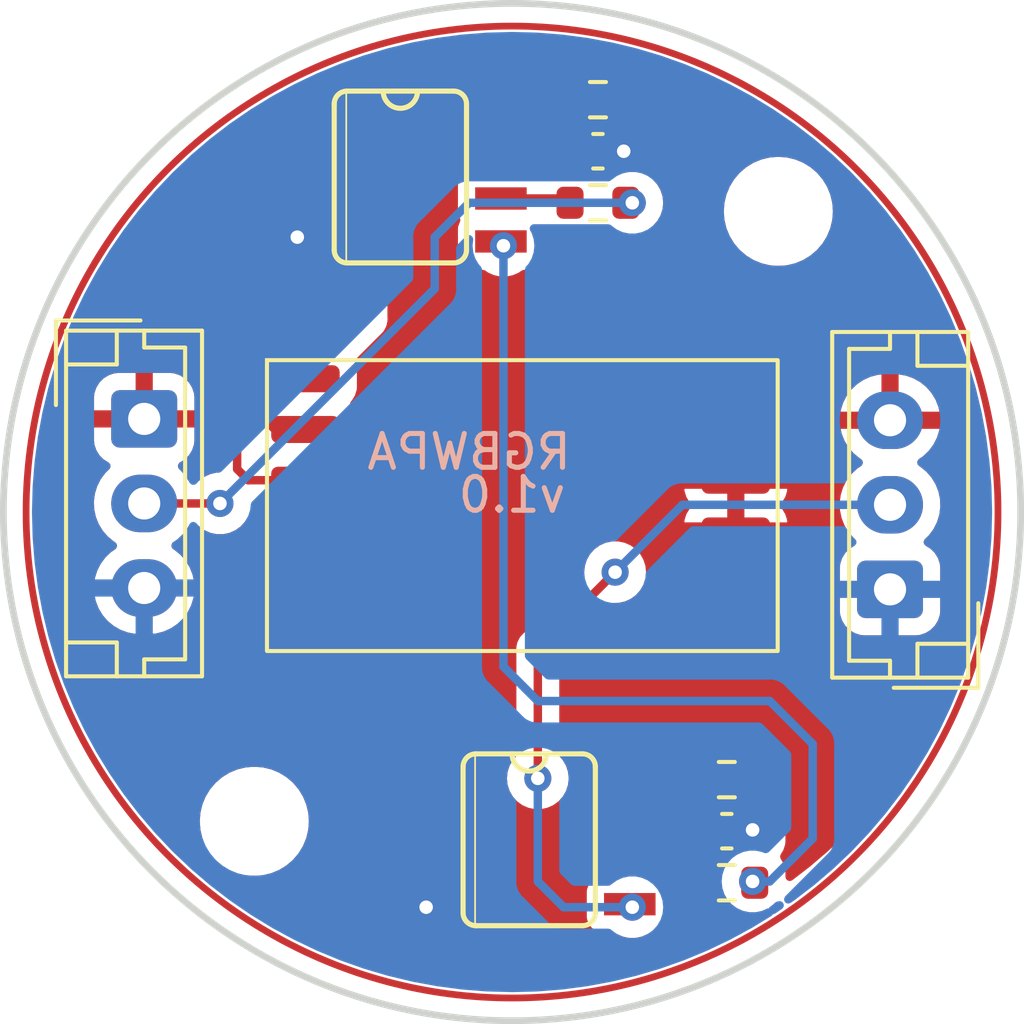
<source format=kicad_pcb>
(kicad_pcb (version 20221018) (generator pcbnew)
  (layers (0 "F.Cu" signal) (31 "B.Cu" signal) (34 "B.Paste" user) (35 "F.Paste" user) (36 "B.SilkS" user "B.Silkscreen") (37 "F.SilkS" user "F.Silkscreen") (38 "B.Mask" user) (39 "F.Mask" user) (44 "Edge.Cuts" user))
  (net 0 "")
  (net 1 "Net-(C1-Pad1)")
  (net 2 "GND")
  (net 3 "Net-(C2-Pad1)")
  (net 4 "red")
  (net 5 "green")
  (net 6 "blue")
  (net 8 "Net-(IC1-Pad6)")
  (net 9 "DOI")
  (net 10 "white")
  (net 11 "purple")
  (net 12 "yellow")
  (net 14 "Net-(IC2-Pad6)")
  (net 15 "DO")
  (net 16 "5vIN")
  (net 17 "DIN")
  (footprint "LED_SMD:RGBWA+UV" (layer "F.Cu") (at 143.002 87.213)
    (fp_text reference "U1" hide)
    (fp_text value "RGBAW+UV" hide)
    (fp_rect (start -7.5 3.8) (end 7.6 12.4) (stroke (width 0.12)) (fill none) (layer "F.SilkS"))
    (pad "1" smd roundrect (at 6.35 4.35) (size 2 0.8) (layers "F.Cu" "F.Paste" "F.Mask") (net 16 "5vIN"))
    (pad "2" smd roundrect (at 6.3625 5.85) (size 2.025 0.8) (layers "F.Cu" "F.Paste" "F.Mask") (net 16 "5vIN"))
    (pad "3" smd roundrect (at 6.3625 7.35) (size 2.025 0.8) (layers "F.Cu" "F.Paste" "F.Mask") (net 16 "5vIN"))
    (pad "4" smd roundrect (at 6.3625 8.85) (size 2.025 0.8) (layers "F.Cu" "F.Paste" "F.Mask") (net 16 "5vIN"))
    (pad "5" smd roundrect (at 6.3625 10.35) (size 2.025 0.8) (layers "F.Cu" "F.Paste" "F.Mask") (net 16 "5vIN"))
    (pad "6" smd roundrect (at 6.3625 11.85) (size 2.025 0.8) (layers "F.Cu" "F.Paste" "F.Mask") (net 16 "5vIN"))
    (pad "7" smd roundrect (at -6.35 4.35) (size 2 0.8) (layers "F.Cu" "F.Paste" "F.Mask") (net 6 "blue"))
    (pad "8" smd roundrect (at -6.3625 5.85) (size 2.025 0.8) (layers "F.Cu" "F.Paste" "F.Mask") (net 5 "green"))
    (pad "9" smd roundrect (at -6.3625 7.35) (size 2.025 0.8) (layers "F.Cu" "F.Paste" "F.Mask") (net 4 "red"))
    (pad "10" smd roundrect (at -6.3625 8.85) (size 2.025 0.8) (layers "F.Cu" "F.Paste" "F.Mask") (net 10 "white"))
    (pad "11" smd roundrect (at -6.3625 10.35) (size 2.025 0.8) (layers "F.Cu" "F.Paste" "F.Mask") (net 11 "purple"))
    (pad "12" smd roundrect (at -6.3625 11.85) (size 2.025 0.8) (layers "F.Cu" "F.Paste" "F.Mask") (net 12 "yellow"))
  )
  (footprint "Resistor_SMD:R_0603_1608Metric" (layer "F.Cu") (at 145.288 83.312 180)
    (fp_text reference "R2" hide)
    (fp_text value "100" hide)
    (fp_line (start -0.237258 -0.5225) (end 0.237258 -0.5225) (stroke (width 0.12)) (layer "F.SilkS"))
    (fp_line (start -0.237258 0.5225) (end 0.237258 0.5225) (stroke (width 0.12)) (layer "F.SilkS"))
    (pad "1" smd roundrect (at -0.825 0 180) (size 0.8 0.95) (layers "F.Cu" "F.Paste" "F.Mask") (net 16 "5vIN"))
    (pad "2" smd roundrect (at 0.825 0 180) (size 0.8 0.95) (layers "F.Cu" "F.Paste" "F.Mask") (net 1 "Net-(C1-Pad1)"))
  )
  (footprint "Capacitor_SMD:C_0603_1608Metric" (layer "F.Cu") (at 145.288 84.836)
    (fp_text reference "C1" hide)
    (fp_text value "0.1 uf" hide)
    (fp_line (start -0.14058 -0.51) (end 0.14058 -0.51) (stroke (width 0.12)) (layer "F.SilkS"))
    (fp_line (start -0.14058 0.51) (end 0.14058 0.51) (stroke (width 0.12)) (layer "F.SilkS"))
    (pad "1" smd roundrect (at -0.775 0) (size 0.9 0.95) (layers "F.Cu" "F.Paste" "F.Mask") (net 1 "Net-(C1-Pad1)"))
    (pad "2" smd roundrect (at 0.775 0) (size 0.9 0.95) (layers "F.Cu" "F.Paste" "F.Mask") (net 2 "GND"))
  )
  (footprint "WS2811:SO08-SKINNYPADS" (layer "F.Cu") (at 139.446 85.598 -90)
    (fp_text reference "IC1" hide)
    (fp_text value "WS2811" hide)
    (fp_line (start -2.54 -1.5748) (end -2.54 1.5748) (stroke (width 0.1524)) (layer "F.SilkS"))
    (fp_line (start -2.54 1.6002) (end 2.54 1.6002) (stroke (width 0.0508)) (layer "F.SilkS"))
    (fp_line (start -2.159 1.9558) (end 2.159 1.9558) (stroke (width 0.1524)) (layer "F.SilkS"))
    (fp_line (start 2.159 -1.9558) (end -2.159 -1.9558) (stroke (width 0.1524)) (layer "F.SilkS"))
    (fp_line (start 2.54 1.5748) (end 2.54 -1.5748) (stroke (width 0.1524)) (layer "F.SilkS"))
    (fp_arc (start -2.54 -1.5748) (mid -2.428408 -1.844208) (end -2.159 -1.9558) (stroke (width 0.1524)) (layer "F.SilkS"))
    (fp_arc (start -2.54 -0.508) (mid -2.032 0) (end -2.54 0.508) (stroke (width 0.1524)) (layer "F.SilkS"))
    (fp_arc (start -2.159 1.9558) (mid -2.428408 1.844208) (end -2.54 1.5748) (stroke (width 0.1524)) (layer "F.SilkS"))
    (fp_arc (start 2.159 -1.9558) (mid 2.428408 -1.844208) (end 2.54 -1.5748) (stroke (width 0.1524)) (layer "F.SilkS"))
    (fp_arc (start 2.54 1.5748) (mid 2.428408 1.844208) (end 2.159 1.9558) (stroke (width 0.1524)) (layer "F.SilkS"))
    (pad "1" smd rect (at -1.905 2.9734 270) (size 0.6604 1.524) (layers "F.Cu" "F.Paste" "F.Mask") (net 4 "red"))
    (pad "2" smd rect (at -0.635 2.9734 270) (size 0.6604 1.524) (layers "F.Cu" "F.Paste" "F.Mask") (net 5 "green"))
    (pad "3" smd rect (at 0.635 2.9734 270) (size 0.6604 1.524) (layers "F.Cu" "F.Paste" "F.Mask") (net 6 "blue"))
    (pad "4" smd rect (at 1.905 2.9734 270) (size 0.6604 1.524) (layers "F.Cu" "F.Paste" "F.Mask") (net 2 "GND"))
    (pad "5" smd rect (at 1.905 -2.9734 270) (size 0.6604 1.524) (layers "F.Cu" "F.Paste" "F.Mask") (net 9 "DOI"))
    (pad "6" smd rect (at 0.635 -2.9734 270) (size 0.6604 1.524) (layers "F.Cu" "F.Paste" "F.Mask") (net 8 "Net-(IC1-Pad6)"))
    (pad "7" smd rect (at -0.635 -2.9734 270) (size 0.6604 1.524) (layers "F.Cu" "F.Paste" "F.Mask"))
    (pad "8" smd rect (at -1.905 -2.9734 270) (size 0.6604 1.524) (layers "F.Cu" "F.Paste" "F.Mask") (net 1 "Net-(C1-Pad1)"))
  )
  (footprint "Connector_JST:JST_EH_B3B-EH-A_1x03_P2.50mm_Vertical" (layer "F.Cu") (at 153.924 97.79 90)
    (fp_text reference "J2" hide)
    (fp_text value "Conn_01x03_Male" hide)
    (fp_line (start -2.91 0.11) (end -2.91 2.61) (stroke (width 0.12)) (layer "F.SilkS"))
    (fp_line (start -2.91 2.61) (end -0.41 2.61) (stroke (width 0.12)) (layer "F.SilkS"))
    (fp_line (start -2.61 -1.71) (end -2.61 2.31) (stroke (width 0.12)) (layer "F.SilkS"))
    (fp_line (start -2.61 0) (end -2.11 0) (stroke (width 0.12)) (layer "F.SilkS"))
    (fp_line (start -2.61 0.81) (end -1.61 0.81) (stroke (width 0.12)) (layer "F.SilkS"))
    (fp_line (start -2.61 2.31) (end 7.61 2.31) (stroke (width 0.12)) (layer "F.SilkS"))
    (fp_line (start -2.11 -1.21) (end 7.11 -1.21) (stroke (width 0.12)) (layer "F.SilkS"))
    (fp_line (start -2.11 0) (end -2.11 -1.21) (stroke (width 0.12)) (layer "F.SilkS"))
    (fp_line (start -1.61 0.81) (end -1.61 2.31) (stroke (width 0.12)) (layer "F.SilkS"))
    (fp_line (start 6.61 0.81) (end 6.61 2.31) (stroke (width 0.12)) (layer "F.SilkS"))
    (fp_line (start 7.11 -1.21) (end 7.11 0) (stroke (width 0.12)) (layer "F.SilkS"))
    (fp_line (start 7.11 0) (end 7.61 0) (stroke (width 0.12)) (layer "F.SilkS"))
    (fp_line (start 7.61 -1.71) (end -2.61 -1.71) (stroke (width 0.12)) (layer "F.SilkS"))
    (fp_line (start 7.61 0.81) (end 6.61 0.81) (stroke (width 0.12)) (layer "F.SilkS"))
    (fp_line (start 7.61 2.31) (end 7.61 -1.71) (stroke (width 0.12)) (layer "F.SilkS"))
    (pad "1" thru_hole roundrect (at 0 0 90) (size 1.7 1.95) (drill 0.95) (layers "*.Cu" "*.Mask") (roundrect_rratio 0.1470588235) (net 2 "GND"))
    (pad "2" thru_hole oval (at 2.5 0 90) (size 1.7 1.95) (drill 0.95) (layers "*.Cu" "*.Mask") (net 15 "DO"))
    (pad "3" thru_hole oval (at 5 0 90) (size 1.7 1.95) (drill 0.95) (layers "*.Cu" "*.Mask") (net 16 "5vIN"))
  )
  (footprint "WS2811:SO08-SKINNYPADS" (layer "F.Cu") (at 143.256 105.194 -90)
    (fp_text reference "IC2" hide)
    (fp_text value "WS2811" hide)
    (fp_line (start -2.54 -1.5748) (end -2.54 1.5748) (stroke (width 0.1524)) (layer "F.SilkS"))
    (fp_line (start -2.54 1.6002) (end 2.54 1.6002) (stroke (width 0.0508)) (layer "F.SilkS"))
    (fp_line (start -2.159 1.9558) (end 2.159 1.9558) (stroke (width 0.1524)) (layer "F.SilkS"))
    (fp_line (start 2.159 -1.9558) (end -2.159 -1.9558) (stroke (width 0.1524)) (layer "F.SilkS"))
    (fp_line (start 2.54 1.5748) (end 2.54 -1.5748) (stroke (width 0.1524)) (layer "F.SilkS"))
    (fp_arc (start -2.54 -1.5748) (mid -2.428408 -1.844208) (end -2.159 -1.9558) (stroke (width 0.1524)) (layer "F.SilkS"))
    (fp_arc (start -2.54 -0.508) (mid -2.032 0) (end -2.54 0.508) (stroke (width 0.1524)) (layer "F.SilkS"))
    (fp_arc (start -2.159 1.9558) (mid -2.428408 1.844208) (end -2.54 1.5748) (stroke (width 0.1524)) (layer "F.SilkS"))
    (fp_arc (start 2.159 -1.9558) (mid 2.428408 -1.844208) (end 2.54 -1.5748) (stroke (width 0.1524)) (layer "F.SilkS"))
    (fp_arc (start 2.54 1.5748) (mid 2.428408 1.844208) (end 2.159 1.9558) (stroke (width 0.1524)) (layer "F.SilkS"))
    (pad "1" smd rect (at -1.905 2.9734 270) (size 0.6604 1.524) (layers "F.Cu" "F.Paste" "F.Mask") (net 10 "white"))
    (pad "2" smd rect (at -0.635 2.9734 270) (size 0.6604 1.524) (layers "F.Cu" "F.Paste" "F.Mask") (net 11 "purple"))
    (pad "3" smd rect (at 0.635 2.9734 270) (size 0.6604 1.524) (layers "F.Cu" "F.Paste" "F.Mask") (net 12 "yellow"))
    (pad "4" smd rect (at 1.905 2.9734 270) (size 0.6604 1.524) (layers "F.Cu" "F.Paste" "F.Mask") (net 2 "GND"))
    (pad "5" smd rect (at 1.905 -2.9734 270) (size 0.6604 1.524) (layers "F.Cu" "F.Paste" "F.Mask") (net 15 "DO"))
    (pad "6" smd rect (at 0.635 -2.9734 270) (size 0.6604 1.524) (layers "F.Cu" "F.Paste" "F.Mask") (net 14 "Net-(IC2-Pad6)"))
    (pad "7" smd rect (at -0.635 -2.9734 270) (size 0.6604 1.524) (layers "F.Cu" "F.Paste" "F.Mask"))
    (pad "8" smd rect (at -1.905 -2.9734 270) (size 0.6604 1.524) (layers "F.Cu" "F.Paste" "F.Mask") (net 3 "Net-(C2-Pad1)"))
  )
  (footprint "Resistor_SMD:R_0603_1608Metric" (layer "F.Cu") (at 145.288 86.36 180)
    (fp_text reference "R1" hide)
    (fp_text value "33" hide)
    (fp_line (start -0.237258 -0.5225) (end 0.237258 -0.5225) (stroke (width 0.12)) (layer "F.SilkS"))
    (fp_line (start -0.237258 0.5225) (end 0.237258 0.5225) (stroke (width 0.12)) (layer "F.SilkS"))
    (pad "1" smd roundrect (at -0.825 0 180) (size 0.8 0.95) (layers "F.Cu" "F.Paste" "F.Mask") (net 17 "DIN"))
    (pad "2" smd roundrect (at 0.825 0 180) (size 0.8 0.95) (layers "F.Cu" "F.Paste" "F.Mask") (net 8 "Net-(IC1-Pad6)"))
  )
  (footprint "MountingHole:MountingHole_2.2mm_M2" (layer "F.Cu") (at 150.622 86.614)
    (fp_text reference "H1" hide)
    (fp_text value "MountingHole" hide)
    (pad "" np_thru_hole circle (at 0 0) (size 2.2 2.2) (drill 2.2) (layers "*.Cu" "*.Mask"))
  )
  (footprint "MountingHole:MountingHole_2.2mm_M2" (layer "F.Cu") (at 135.128 104.648)
    (fp_text reference "H2" hide)
    (fp_text value "MountingHole" hide)
    (pad "" np_thru_hole circle (at 0 0) (size 2.2 2.2) (drill 2.2) (layers "*.Cu" "*.Mask"))
  )
  (footprint "Connector_JST:JST_EH_B3B-EH-A_1x03_P2.50mm_Vertical" (layer "F.Cu") (at 131.872 92.75 -90)
    (fp_text reference "J1" hide)
    (fp_text value "Conn_01x03_Male" hide)
    (fp_line (start -2.91 0.11) (end -2.91 2.61) (stroke (width 0.12)) (layer "F.SilkS"))
    (fp_line (start -2.91 2.61) (end -0.41 2.61) (stroke (width 0.12)) (layer "F.SilkS"))
    (fp_line (start -2.61 -1.71) (end -2.61 2.31) (stroke (width 0.12)) (layer "F.SilkS"))
    (fp_line (start -2.61 0) (end -2.11 0) (stroke (width 0.12)) (layer "F.SilkS"))
    (fp_line (start -2.61 0.81) (end -1.61 0.81) (stroke (width 0.12)) (layer "F.SilkS"))
    (fp_line (start -2.61 2.31) (end 7.61 2.31) (stroke (width 0.12)) (layer "F.SilkS"))
    (fp_line (start -2.11 -1.21) (end 7.11 -1.21) (stroke (width 0.12)) (layer "F.SilkS"))
    (fp_line (start -2.11 0) (end -2.11 -1.21) (stroke (width 0.12)) (layer "F.SilkS"))
    (fp_line (start -1.61 0.81) (end -1.61 2.31) (stroke (width 0.12)) (layer "F.SilkS"))
    (fp_line (start 6.61 0.81) (end 6.61 2.31) (stroke (width 0.12)) (layer "F.SilkS"))
    (fp_line (start 7.11 -1.21) (end 7.11 0) (stroke (width 0.12)) (layer "F.SilkS"))
    (fp_line (start 7.11 0) (end 7.61 0) (stroke (width 0.12)) (layer "F.SilkS"))
    (fp_line (start 7.61 -1.71) (end -2.61 -1.71) (stroke (width 0.12)) (layer "F.SilkS"))
    (fp_line (start 7.61 0.81) (end 6.61 0.81) (stroke (width 0.12)) (layer "F.SilkS"))
    (fp_line (start 7.61 2.31) (end 7.61 -1.71) (stroke (width 0.12)) (layer "F.SilkS"))
    (pad "1" thru_hole roundrect (at 0 0 270) (size 1.7 1.95) (drill 0.95) (layers "*.Cu" "*.Mask") (roundrect_rratio 0.1470588235) (net 16 "5vIN"))
    (pad "2" thru_hole oval (at 2.5 0 270) (size 1.7 1.95) (drill 0.95) (layers "*.Cu" "*.Mask") (net 17 "DIN"))
    (pad "3" thru_hole oval (at 5 0 270) (size 1.7 1.95) (drill 0.95) (layers "*.Cu" "*.Mask") (net 2 "GND"))
  )
  (footprint "Capacitor_SMD:C_0603_1608Metric" (layer "F.Cu") (at 149.098 104.94)
    (fp_text reference "C2" hide)
    (fp_text value "0.1 uf" hide)
    (fp_line (start -0.14058 -0.51) (end 0.14058 -0.51) (stroke (width 0.12)) (layer "F.SilkS"))
    (fp_line (start -0.14058 0.51) (end 0.14058 0.51) (stroke (width 0.12)) (layer "F.SilkS"))
    (pad "1" smd roundrect (at -0.775 0) (size 0.9 0.95) (layers "F.Cu" "F.Paste" "F.Mask") (net 3 "Net-(C2-Pad1)"))
    (pad "2" smd roundrect (at 0.775 0) (size 0.9 0.95) (layers "F.Cu" "F.Paste" "F.Mask") (net 2 "GND"))
  )
  (footprint "Resistor_SMD:R_0603_1608Metric" (layer "F.Cu") (at 149.098 103.416 180)
    (fp_text reference "R4" hide)
    (fp_text value "100" hide)
    (fp_line (start -0.237258 -0.5225) (end 0.237258 -0.5225) (stroke (width 0.12)) (layer "F.SilkS"))
    (fp_line (start -0.237258 0.5225) (end 0.237258 0.5225) (stroke (width 0.12)) (layer "F.SilkS"))
    (pad "1" smd roundrect (at -0.825 0 180) (size 0.8 0.95) (layers "F.Cu" "F.Paste" "F.Mask") (net 16 "5vIN"))
    (pad "2" smd roundrect (at 0.825 0 180) (size 0.8 0.95) (layers "F.Cu" "F.Paste" "F.Mask") (net 3 "Net-(C2-Pad1)"))
  )
  (footprint "Resistor_SMD:R_0603_1608Metric" (layer "F.Cu") (at 149.098 106.464 180)
    (fp_text reference "R3" hide)
    (fp_text value "33" hide)
    (fp_line (start -0.237258 -0.5225) (end 0.237258 -0.5225) (stroke (width 0.12)) (layer "F.SilkS"))
    (fp_line (start -0.237258 0.5225) (end 0.237258 0.5225) (stroke (width 0.12)) (layer "F.SilkS"))
    (pad "1" smd roundrect (at -0.825 0 180) (size 0.8 0.95) (layers "F.Cu" "F.Paste" "F.Mask") (net 9 "DOI"))
    (pad "2" smd roundrect (at 0.825 0 180) (size 0.8 0.95) (layers "F.Cu" "F.Paste" "F.Mask") (net 14 "Net-(IC2-Pad6)"))
  )
  (gr_circle (center 142.748 95.504) (end 132.588 85.344) (stroke (width 0.2)) (fill none) (layer "F.Cu"))
  (gr_circle (center 142.748 95.504) (end 157.787717 95.504) (stroke (width 0.2)) (fill none) (layer "Edge.Cuts"))
  (gr_text "RGBWPA\n" (at 141.478 93.726) (layer "B.SilkS") (effects (font (size 1 1)) (justify mirror)))
  (gr_text "v1.0" (at 142.748 94.996) (layer "B.SilkS") (effects (font (size 1 1)) (justify mirror)))
  (segment (start 142.875 83.693) (end 143.256 83.312) (width 0.25) (layer "F.Cu") (net 1))
  (segment (start 142.4194 83.693) (end 142.875 83.693) (width 0.25) (layer "F.Cu") (net 1))
  (segment (start 143.256 83.312) (end 144.463 83.312) (width 0.25) (layer "F.Cu") (net 1))
  (segment (start 144.513 84.836) (end 144.513 83.362) (width 0.25) (layer "F.Cu") (net 1))
  (segment (start 144.513 83.362) (end 144.463 83.312) (width 0.25) (layer "F.Cu") (net 1))
  (via (at 149.86 104.902) (size 0.8) (drill 0.4) (layers "F.Cu" "B.Cu") (net 2))
  (via (at 146.05 84.836) (size 0.8) (drill 0.4) (layers "F.Cu" "B.Cu") (net 2))
  (via (at 140.208 107.188) (size 0.8) (drill 0.4) (layers "F.Cu" "B.Cu") (net 2))
  (via (at 136.398 87.376) (size 0.8) (drill 0.4) (layers "F.Cu" "B.Cu") (net 2))
  (segment (start 148.146 103.289) (end 148.273 103.416) (width 0.25) (layer "F.Cu") (net 3))
  (segment (start 146.2294 103.289) (end 148.146 103.289) (width 0.25) (layer "F.Cu") (net 3))
  (segment (start 148.323 104.94) (end 148.323 103.466) (width 0.25) (layer "F.Cu") (net 3))
  (segment (start 148.323 103.466) (end 148.273 103.416) (width 0.25) (layer "F.Cu") (net 3))
  (segment (start 134.949 94.563) (end 134.62 94.234) (width 0.25) (layer "F.Cu") (net 4))
  (segment (start 136.6395 94.563) (end 134.949 94.563) (width 0.25) (layer "F.Cu") (net 4))
  (segment (start 134.62 85.1138) (end 136.0408 83.693) (width 0.25) (layer "F.Cu") (net 4))
  (segment (start 134.62 94.234) (end 134.62 85.1138) (width 0.25) (layer "F.Cu") (net 4))
  (segment (start 136.0408 83.693) (end 136.4726 83.693) (width 0.25) (layer "F.Cu") (net 4))
  (segment (start 136.4726 84.963) (end 135.509 84.963) (width 0.25) (layer "F.Cu") (net 5))
  (segment (start 135.128 85.344) (end 135.128 92.456) (width 0.25) (layer "F.Cu") (net 5))
  (segment (start 135.735 93.063) (end 136.6395 93.063) (width 0.25) (layer "F.Cu") (net 5))
  (segment (start 135.509 84.963) (end 135.128 85.344) (width 0.25) (layer "F.Cu") (net 5))
  (segment (start 135.128 92.456) (end 135.735 93.063) (width 0.25) (layer "F.Cu") (net 5))
  (segment (start 138.43 86.868) (end 138.43 89.785) (width 0.25) (layer "F.Cu") (net 6))
  (segment (start 138.43 89.785) (end 136.652 91.563) (width 0.25) (layer "F.Cu") (net 6))
  (segment (start 137.795 86.233) (end 138.43 86.868) (width 0.25) (layer "F.Cu") (net 6))
  (segment (start 136.4726 86.233) (end 137.795 86.233) (width 0.25) (layer "F.Cu") (net 6))
  (segment (start 142.4194 86.233) (end 144.336 86.233) (width 0.25) (layer "F.Cu") (net 8))
  (segment (start 144.336 86.233) (end 144.463 86.36) (width 0.25) (layer "F.Cu") (net 8))
  (via (at 142.494 87.63) (size 0.8) (drill 0.4) (layers "F.Cu" "B.Cu") (net 9))
  (via (at 149.86 106.426) (size 0.8) (drill 0.4) (layers "F.Cu" "B.Cu") (net 9))
  (segment (start 149.86 106.426) (end 150.368 106.426) (width 0.25) (layer "B.Cu") (net 9))
  (segment (start 151.638 105.156) (end 151.638 102.362) (width 0.25) (layer "B.Cu") (net 9))
  (segment (start 150.368 106.426) (end 151.638 105.156) (width 0.25) (layer "B.Cu") (net 9))
  (segment (start 150.368 101.092) (end 143.51 101.092) (width 0.25) (layer "B.Cu") (net 9))
  (segment (start 143.51 101.092) (end 142.494 100.076) (width 0.25) (layer "B.Cu") (net 9))
  (segment (start 151.638 102.362) (end 150.368 101.092) (width 0.25) (layer "B.Cu") (net 9))
  (segment (start 142.494 100.076) (end 142.494 87.63) (width 0.25) (layer "B.Cu") (net 9))
  (segment (start 136.6395 96.063) (end 138.481 96.063) (width 0.25) (layer "F.Cu") (net 10))
  (segment (start 140.2826 97.8646) (end 140.2826 103.289) (width 0.25) (layer "F.Cu") (net 10))
  (segment (start 138.481 96.063) (end 140.2826 97.8646) (width 0.25) (layer "F.Cu") (net 10))
  (segment (start 137.949 97.563) (end 138.684 98.298) (width 0.25) (layer "F.Cu") (net 11))
  (segment (start 138.684 98.298) (end 138.684 103.886) (width 0.25) (layer "F.Cu") (net 11))
  (segment (start 138.684 103.886) (end 139.357 104.559) (width 0.25) (layer "F.Cu") (net 11))
  (segment (start 136.6395 97.563) (end 137.949 97.563) (width 0.25) (layer "F.Cu") (net 11))
  (segment (start 139.357 104.559) (end 140.2826 104.559) (width 0.25) (layer "F.Cu") (net 11))
  (segment (start 136.6395 102.6177) (end 139.8508 105.829) (width 0.25) (layer "F.Cu") (net 12))
  (segment (start 139.8508 105.829) (end 140.2826 105.829) (width 0.25) (layer "F.Cu") (net 12))
  (segment (start 136.6395 99.063) (end 136.6395 102.6177) (width 0.25) (layer "F.Cu") (net 12))
  (segment (start 146.2294 105.829) (end 146.977 105.829) (width 0.25) (layer "F.Cu") (net 14))
  (segment (start 146.977 105.829) (end 147.612 106.464) (width 0.25) (layer "F.Cu") (net 14))
  (segment (start 147.612 106.464) (end 148.273 106.464) (width 0.25) (layer "F.Cu") (net 14))
  (segment (start 143.51 99.568) (end 145.796 97.282) (width 0.25) (layer "F.Cu") (net 15))
  (segment (start 143.51 103.378) (end 143.51 99.568) (width 0.25) (layer "F.Cu") (net 15))
  (via (at 143.51 103.378) (size 0.8) (drill 0.4) (layers "F.Cu" "B.Cu") (net 15))
  (via (at 146.304 107.188) (size 0.8) (drill 0.4) (layers "F.Cu" "B.Cu") (net 15))
  (via (at 145.796 97.282) (size 0.8) (drill 0.4) (layers "F.Cu" "B.Cu") (net 15))
  (segment (start 153.924 95.29) (end 147.788 95.29) (width 0.25) (layer "B.Cu") (net 15))
  (segment (start 146.304 107.188) (end 144.272 107.188) (width 0.25) (layer "B.Cu") (net 15))
  (segment (start 147.788 95.29) (end 145.796 97.282) (width 0.25) (layer "B.Cu") (net 15))
  (segment (start 144.272 107.188) (end 143.51 106.426) (width 0.25) (layer "B.Cu") (net 15))
  (segment (start 143.51 106.426) (end 143.51 103.378) (width 0.25) (layer "B.Cu") (net 15))
  (segment (start 131.872 95.25) (end 134.112 95.25) (width 0.25) (layer "F.Cu") (net 17))
  (via (at 146.304 86.36) (size 0.8) (drill 0.4) (layers "F.Cu" "B.Cu") (net 17))
  (via (at 134.112 95.25) (size 0.8) (drill 0.4) (layers "F.Cu" "B.Cu") (net 17))
  (segment (start 141.478 86.36) (end 146.304 86.36) (width 0.25) (layer "B.Cu") (net 17))
  (segment (start 140.462 88.9) (end 140.462 87.376) (width 0.25) (layer "B.Cu") (net 17))
  (segment (start 140.462 87.376) (end 141.478 86.36) (width 0.25) (layer "B.Cu") (net 17))
  (segment (start 134.112 95.25) (end 140.462 88.9) (width 0.25) (layer "B.Cu") (net 17))
  (zone (net 16) (net_name "5vIN") (layer "F.Cu") (connect_pads (clearance 0.508)) (min_thickness 0.254) (fill yes (thermal_gap 0.508) (thermal_bridge_width 0.508))
    (polygon (pts (xy 156.675087 95.25) (xy 156.656142 94.526508) (xy 156.599358 93.804999) (xy 156.504891 93.087451) (xy 156.373 92.37583) (xy 156.204046 91.672087) (xy 155.998493 90.978151) (xy 155.756903 90.295924) (xy 155.47994 89.627275) (xy 155.168362 88.974039) (xy 154.823023 88.338004) (xy 154.44487 87.720914) (xy 154.034939 87.124461) (xy 153.594354 86.550279) (xy 153.124323 85.999943) (xy 152.626133 85.474961) (xy 152.101151 84.976771) (xy 151.550815 84.50674) (xy 150.976633 84.066155) (xy 150.38018 83.656224) (xy 149.763091 83.278071) (xy 149.127055 82.932732) (xy 148.473819 82.621154) (xy 147.80517 82.344191) (xy 147.122943 82.102601) (xy 146.429007 81.897048) (xy 145.725264 81.728094) (xy 145.013643 81.596203) (xy 144.296095 81.501736) (xy 143.574586 81.444952) (xy 142.851094 81.426007) (xy 142.127602 81.444952) (xy 141.406093 81.501736) (xy 140.688545 81.596203) (xy 139.976924 81.728094) (xy 139.273181 81.897048) (xy 138.579245 82.102601) (xy 137.897018 82.344191) (xy 137.228369 82.621154) (xy 136.575133 82.932732) (xy 135.939098 83.278071) (xy 135.322008 83.656224) (xy 134.725555 84.066155) (xy 134.151373 84.50674) (xy 133.601037 84.976771) (xy 133.076055 85.474961) (xy 132.577865 85.999943) (xy 132.107834 86.550279) (xy 131.667249 87.124461) (xy 131.257318 87.720914) (xy 130.879165 88.338004) (xy 130.533826 88.974039) (xy 130.222248 89.627275) (xy 129.945285 90.295924) (xy 129.703695 90.978151) (xy 129.498142 91.672087) (xy 129.329188 92.37583) (xy 129.197297 93.087451) (xy 129.10283 93.804999) (xy 129.046046 94.526508) (xy 129.027101 95.25) (xy 129.046046 95.973492) (xy 129.10283 96.695001) (xy 129.197297 97.412549) (xy 129.329188 98.12417) (xy 129.498142 98.827913) (xy 129.703695 99.521849) (xy 129.945285 100.204076) (xy 130.222248 100.872725) (xy 130.533826 101.525961) (xy 130.879165 102.161996) (xy 131.257318 102.779086) (xy 131.667249 103.375539) (xy 132.107834 103.949721) (xy 132.577865 104.500057) (xy 133.076055 105.025039) (xy 133.601037 105.523229) (xy 134.151373 105.99326) (xy 134.725555 106.433845) (xy 135.322008 106.843776) (xy 135.939097 107.221929) (xy 136.575133 107.567268) (xy 137.228369 107.878846) (xy 137.897018 108.155809) (xy 138.579245 108.397399) (xy 139.273181 108.602952) (xy 139.976924 108.771906) (xy 140.688545 108.903797) (xy 141.406093 108.998264) (xy 142.127602 109.055048) (xy 142.851094 109.073993) (xy 143.574586 109.055048) (xy 144.296095 108.998264) (xy 145.013643 108.903797) (xy 145.725264 108.771906) (xy 146.429007 108.602952) (xy 147.122943 108.397399) (xy 147.80517 108.155809) (xy 148.473819 107.878846) (xy 149.127055 107.567268) (xy 149.763091 107.221929) (xy 150.38018 106.843776) (xy 150.976633 106.433845) (xy 151.550815 105.99326) (xy 152.101151 105.523229) (xy 152.626133 105.025039) (xy 153.124323 104.500057) (xy 153.594354 103.949721) (xy 154.034939 103.375539) (xy 154.44487 102.779086) (xy 154.823023 102.161996) (xy 155.168362 101.525961) (xy 155.47994 100.872725) (xy 155.756903 100.204076) (xy 155.998493 99.521849) (xy 156.204046 98.827913) (xy 156.373 98.12417) (xy 156.504891 97.412549) (xy 156.599358 96.695001) (xy 156.656142 95.973492)))
  )
  (zone (net 2) (net_name "GND") (layer "B.Cu") (connect_pads (clearance 0.508)) (min_thickness 0.254) (fill yes (thermal_gap 0.508) (thermal_bridge_width 0.508))
    (polygon (pts (xy 156.942972 95.504) (xy 156.923518 94.761093) (xy 156.86521 94.020221) (xy 156.768208 93.283417) (xy 156.632778 92.552699) (xy 156.45929 91.830071) (xy 156.248221 91.117512) (xy 156.000148 90.416977) (xy 155.715752 89.730385) (xy 155.395813 89.059618) (xy 155.041206 88.406514) (xy 154.652905 87.772864) (xy 154.231974 87.160405) (xy 153.779565 86.570815) (xy 153.29692 86.00571) (xy 152.785361 85.466639) (xy 152.24629 84.95508) (xy 151.681185 84.472435) (xy 151.091595 84.020026) (xy 150.479136 83.599095) (xy 149.845486 83.210794) (xy 149.192382 82.856187) (xy 148.521615 82.536248) (xy 147.835023 82.251852) (xy 147.134488 82.003779) (xy 146.421929 81.79271) (xy 145.699301 81.619222) (xy 144.968583 81.483792) (xy 144.231779 81.38679) (xy 143.490907 81.328482) (xy 142.748 81.309028) (xy 142.005093 81.328482) (xy 141.264221 81.38679) (xy 140.527417 81.483792) (xy 139.796699 81.619222) (xy 139.074071 81.79271) (xy 138.361512 82.003779) (xy 137.660977 82.251852) (xy 136.974385 82.536248) (xy 136.303618 82.856187) (xy 135.650514 83.210794) (xy 135.016864 83.599095) (xy 134.404405 84.020026) (xy 133.814815 84.472435) (xy 133.24971 84.95508) (xy 132.710639 85.466639) (xy 132.19908 86.00571) (xy 131.716435 86.570815) (xy 131.264026 87.160405) (xy 130.843095 87.772864) (xy 130.454794 88.406514) (xy 130.100187 89.059618) (xy 129.780248 89.730385) (xy 129.495852 90.416977) (xy 129.247779 91.117512) (xy 129.03671 91.830071) (xy 128.863222 92.552699) (xy 128.727792 93.283417) (xy 128.63079 94.020221) (xy 128.572482 94.761093) (xy 128.553028 95.504) (xy 128.572482 96.246907) (xy 128.63079 96.987779) (xy 128.727792 97.724583) (xy 128.863222 98.455301) (xy 129.03671 99.177929) (xy 129.247779 99.890488) (xy 129.495852 100.591023) (xy 129.780248 101.277615) (xy 130.100187 101.948382) (xy 130.454794 102.601486) (xy 130.843095 103.235136) (xy 131.264026 103.847595) (xy 131.716435 104.437185) (xy 132.19908 105.00229) (xy 132.710639 105.541361) (xy 133.24971 106.05292) (xy 133.814815 106.535565) (xy 134.404405 106.987974) (xy 135.016864 107.408905) (xy 135.650514 107.797206) (xy 136.303618 108.151813) (xy 136.974385 108.471752) (xy 137.660977 108.756148) (xy 138.361512 109.004221) (xy 139.074071 109.21529) (xy 139.796699 109.388778) (xy 140.527417 109.524208) (xy 141.264221 109.62121) (xy 142.005093 109.679518) (xy 142.748 109.698972) (xy 143.490907 109.679518) (xy 144.231779 109.62121) (xy 144.968583 109.524208) (xy 145.699301 109.388778) (xy 146.421929 109.21529) (xy 147.134488 109.004221) (xy 147.835023 108.756148) (xy 148.521615 108.471752) (xy 149.192382 108.151813) (xy 149.845486 107.797206) (xy 150.479136 107.408905) (xy 151.091595 106.987974) (xy 151.681185 106.535565) (xy 152.24629 106.05292) (xy 152.785361 105.541361) (xy 153.29692 105.00229) (xy 153.779565 104.437185) (xy 154.231974 103.847595) (xy 154.652905 103.235136) (xy 155.041206 102.601486) (xy 155.395813 101.948382) (xy 155.715752 101.277615) (xy 156.000148 100.591023) (xy 156.248221 99.890488) (xy 156.45929 99.177929) (xy 156.632778 98.455301) (xy 156.768208 97.724583) (xy 156.86521 96.987779) (xy 156.923518 96.246907)))
  )
)
</source>
